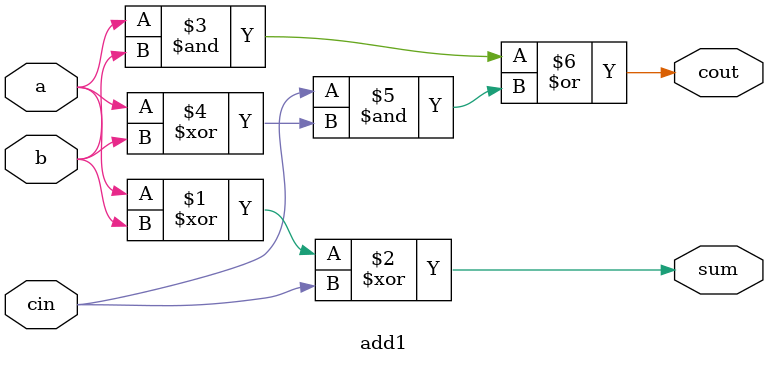
<source format=v>
module top_module (
    input [31:0] a,
    input [31:0] b,
    output [31:0] sum
);//
    wire cout;
    wire [15:0] sum_lower;
    wire [31:16] sum_upper;
    
    add16 a1(.a(a[15:0]), .b(b[15:0]), .cin(1'b0), .cout(cout), .sum(sum_lower));
    add16 a2(.a(a[31:16]), .b(b[31:16]), .cin(cout), .cout(1'b0), .sum(sum_upper));
    assign sum = {sum_upper, sum_lower};
endmodule

module add1 ( input a, input b, input cin,   output sum, output cout );
    assign sum = a ^ b ^ cin;
    assign cout = (a & b) | (cin & (a ^ b));

// Full adder module here

endmodule

</source>
